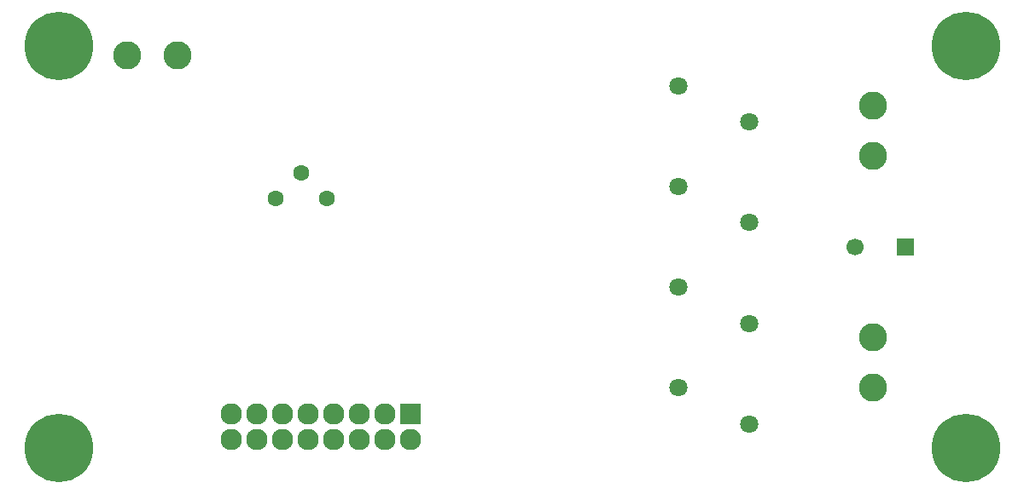
<source format=gbs>
G04 #@! TF.FileFunction,Soldermask,Bot*
%FSLAX46Y46*%
G04 Gerber Fmt 4.6, Leading zero omitted, Abs format (unit mm)*
G04 Created by KiCad (PCBNEW 4.0.2-stable) date 19.06.2016 23:35:54*
%MOMM*%
G01*
G04 APERTURE LIST*
%ADD10C,0.100000*%
%ADD11C,1.800000*%
%ADD12R,1.700000X1.700000*%
%ADD13C,1.700000*%
%ADD14R,2.127200X2.127200*%
%ADD15O,2.127200X2.127200*%
%ADD16C,2.800000*%
%ADD17C,1.600000*%
%ADD18C,6.800000*%
G04 APERTURE END LIST*
D10*
D11*
X166500000Y-89000000D03*
X173500000Y-92600000D03*
D12*
X189000000Y-75000000D03*
D13*
X184000000Y-75000000D03*
D14*
X139874000Y-91643200D03*
D15*
X139874000Y-94183200D03*
X137334000Y-91643200D03*
X137334000Y-94183200D03*
X134794000Y-91643200D03*
X134794000Y-94183200D03*
X132254000Y-91643200D03*
X132254000Y-94183200D03*
X129714000Y-91643200D03*
X129714000Y-94183200D03*
X127174000Y-91643200D03*
X127174000Y-94183200D03*
X124634000Y-91643200D03*
X124634000Y-94183200D03*
X122094000Y-91643200D03*
X122094000Y-94183200D03*
D11*
X166500000Y-59000000D03*
X173500000Y-62600000D03*
X166500000Y-69000000D03*
X173500000Y-72600000D03*
X166500000Y-79000000D03*
X173500000Y-82600000D03*
D16*
X111800000Y-55973980D03*
X116800000Y-55973980D03*
X185801000Y-61000000D03*
X185801000Y-66000000D03*
X185801000Y-83987000D03*
X185801000Y-88987000D03*
D17*
X129032000Y-67691000D03*
X131572000Y-70231000D03*
X126492000Y-70231000D03*
D18*
X105000000Y-55000000D03*
X195000000Y-55000000D03*
X195000000Y-95000000D03*
X105000000Y-95000000D03*
M02*

</source>
